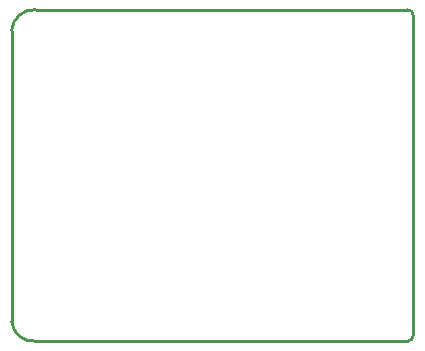
<source format=gko>
G04*
G04 #@! TF.GenerationSoftware,Altium Limited,Altium Designer,19.0.10 (269)*
G04*
G04 Layer_Color=16711935*
%FSTAX25Y25*%
%MOIN*%
G70*
G01*
G75*
%ADD56C,0.01000*%
D56*
X03465Y00935D02*
G03*
X03484Y00954I0J00019D01*
G01*
Y02021D02*
G03*
X03465Y0204I-00019J0D01*
G01*
X02145Y01D02*
G03*
X02225Y00935I000725J000075D01*
G01*
Y0204D02*
G03*
X02145Y0197I-00005J-00075D01*
G01*
X03484Y00954D02*
Y02021D01*
X02225Y0204D02*
X03465D01*
X02225Y00935D02*
X03465D01*
X02145Y01D02*
Y0197D01*
M02*

</source>
